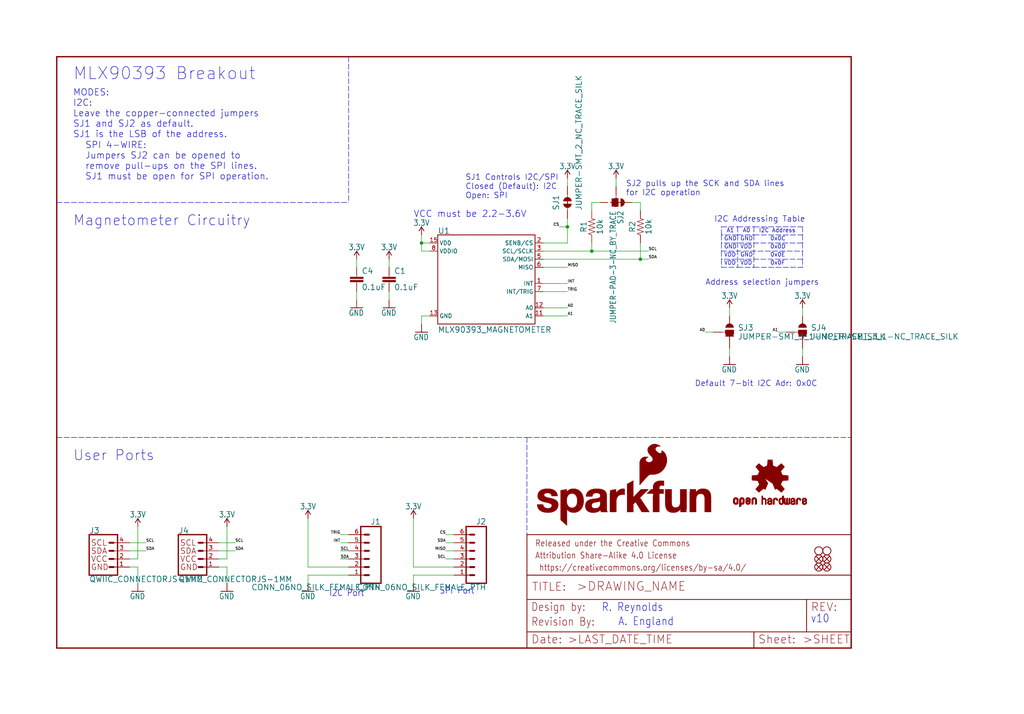
<source format=kicad_sch>
(kicad_sch (version 20211123) (generator eeschema)
  (paper "User" 320.878 223.926)
  (lib_symbols
    (symbol "schematicEagle-eagle-import:0.1UF-0603-25V-(+80{slash}-20%)"
      (property "Reference" "C" (at 1.524 2.921 0))
      (property "Value" "0.1UF-0603-25V-(+80{slash}-20%)" (at 1.524 -2.159 0))
      (symbol "0.1UF-0603-25V-(+80{slash}-20%)_1_0"
        (pin passive line (at 0 5.08 270) (length 2.54) (name "1") (number "1"))
        (pin passive line (at 0 -2.54 90) (length 2.54) (name "2") (number "2"))
      )
    )
    (symbol "schematicEagle-eagle-import:10KOHM-0603-1{slash}10W-1%"
      (property "Reference" "R" (at 0 1.524 0))
      (property "Value" "10KOHM-0603-1{slash}10W-1%" (at 0 -1.524 0))
      (symbol "10KOHM-0603-1{slash}10W-1%_1_0"
        (pin passive line (at -5.08 0 0) (length 2.54) (name "1") (number "1"))
        (pin passive line (at 5.08 0 180) (length 2.54) (name "2") (number "2"))
      )
    )
    (symbol "schematicEagle-eagle-import:3.3V" (power)
      (property "Value" "3.3V" (at 0 2.794 0))
      (symbol "3.3V_1_0"
        (pin power_in line (at 0 0 90) (length 2.54) (name "3.3V") (number "1"))
      )
    )
    (symbol "schematicEagle-eagle-import:CONN_06NO_SILK_FEMALE_PTH"
      (property "Reference" "J" (at -5.08 10.668 0))
      (property "Value" "CONN_06NO_SILK_FEMALE_PTH" (at -5.08 -9.906 0))
      (symbol "CONN_06NO_SILK_FEMALE_PTH_1_0"
        (pin passive line (at 5.08 -5.08 180) (length 5.08) (name "1") (number "1"))
        (pin passive line (at 5.08 -2.54 180) (length 5.08) (name "2") (number "2"))
        (pin passive line (at 5.08 0 180) (length 5.08) (name "3") (number "3"))
        (pin passive line (at 5.08 2.54 180) (length 5.08) (name "4") (number "4"))
        (pin passive line (at 5.08 5.08 180) (length 5.08) (name "5") (number "5"))
        (pin passive line (at 5.08 7.62 180) (length 5.08) (name "6") (number "6"))
      )
    )
    (symbol "schematicEagle-eagle-import:FIDUCIALUFIDUCIAL")
    (symbol "schematicEagle-eagle-import:FRAME-LETTER"
      (symbol "FRAME-LETTER_2_0"
        (text " https://creativecommons.org/licenses/by-sa/4.0/" (at 2.54 24.13 0) (effects (font (size 1.9304 1.6408)) (justify left bottom)))
        (text ">DRAWING_NAME" (at 15.494 17.78 0) (effects (font (size 2.7432 2.7432)) (justify left bottom)))
        (text ">LAST_DATE_TIME" (at 12.7 1.27 0) (effects (font (size 2.54 2.54)) (justify left bottom)))
        (text ">SHEET" (at 86.36 1.27 0) (effects (font (size 2.54 2.54)) (justify left bottom)))
        (text "Attribution Share-Alike 4.0 License" (at 2.54 27.94 0) (effects (font (size 1.9304 1.6408)) (justify left bottom)))
        (text "Date:" (at 1.27 1.27 0) (effects (font (size 2.54 2.54)) (justify left bottom)))
        (text "Design by:" (at 1.27 11.43 0) (effects (font (size 2.54 2.159)) (justify left bottom)))
        (text "Released under the Creative Commons" (at 2.54 31.75 0) (effects (font (size 1.9304 1.6408)) (justify left bottom)))
        (text "REV:" (at 88.9 11.43 0) (effects (font (size 2.54 2.54)) (justify left bottom)))
        (text "Sheet:" (at 72.39 1.27 0) (effects (font (size 2.54 2.54)) (justify left bottom)))
        (text "TITLE:" (at 1.524 17.78 0) (effects (font (size 2.54 2.54)) (justify left bottom)))
      )
    )
    (symbol "schematicEagle-eagle-import:GND" (power)
      (property "Value" "GND" (at -2.54 -2.54 0))
      (symbol "GND_1_0"
        (pin power_in line (at 0 2.54 270) (length 2.54) (name "GND") (number "1"))
      )
    )
    (symbol "schematicEagle-eagle-import:JUMPER-PAD-3-NC_BY_TRACE"
      (property "Reference" "SJ" (at 2.54 0.381 0))
      (property "Value" "JUMPER-PAD-3-NC_BY_TRACE" (at 2.54 -1.905 0))
      (symbol "JUMPER-PAD-3-NC_BY_TRACE_1_0"
        (pin passive line (at 0 5.08 270) (length 2.54) (name "1") (number "1"))
        (pin passive line (at -5.08 0 0) (length 2.54) (name "2") (number "2"))
        (pin passive line (at 0 -5.08 90) (length 2.54) (name "3") (number "3"))
      )
    )
    (symbol "schematicEagle-eagle-import:JUMPER-SMT_2_NC_TRACE_SILK"
      (property "Reference" "JP" (at -2.54 2.54 0))
      (property "Value" "JUMPER-SMT_2_NC_TRACE_SILK" (at -2.54 -2.54 0))
      (symbol "JUMPER-SMT_2_NC_TRACE_SILK_1_0"
        (pin passive line (at -5.08 0 0) (length 2.54) (name "1") (number "1"))
        (pin passive line (at 5.08 0 180) (length 2.54) (name "2") (number "2"))
      )
    )
    (symbol "schematicEagle-eagle-import:JUMPER-SMT_3_1-NC_TRACE_SILK"
      (property "Reference" "JP" (at 2.54 0.381 0))
      (property "Value" "JUMPER-SMT_3_1-NC_TRACE_SILK" (at 2.54 -0.381 0))
      (symbol "JUMPER-SMT_3_1-NC_TRACE_SILK_1_0"
        (pin passive line (at 0 5.08 270) (length 2.54) (name "1") (number "1"))
        (pin passive line (at -5.08 0 0) (length 2.54) (name "2") (number "2"))
        (pin passive line (at 0 -5.08 90) (length 2.54) (name "3") (number "3"))
      )
    )
    (symbol "schematicEagle-eagle-import:MLX90393_MAGNETOMETER"
      (property "Value" "MLX90393_MAGNETOMETER" (at -15.24 -15.494 0))
      (symbol "MLX90393_MAGNETOMETER_1_0"
        (pin bidirectional line (at 17.78 0 180) (length 2.54) (name "INT") (number "1"))
        (pin bidirectional line (at 17.78 -10.16 180) (length 2.54) (name "A1") (number "11"))
        (pin bidirectional line (at 17.78 -7.62 180) (length 2.54) (name "A0") (number "12"))
        (pin bidirectional line (at -17.78 -10.16 0) (length 2.54) (name "GND") (number "13"))
        (pin bidirectional line (at -17.78 12.7 0) (length 2.54) (name "VDD") (number "15"))
        (pin bidirectional line (at 17.78 12.7 180) (length 2.54) (name "SENB/CS") (number "2"))
        (pin bidirectional line (at 17.78 10.16 180) (length 2.54) (name "SCL/SCLK") (number "3"))
        (pin bidirectional line (at 17.78 7.62 180) (length 2.54) (name "SDA/MOSI") (number "5"))
        (pin bidirectional line (at 17.78 5.08 180) (length 2.54) (name "MISO") (number "6"))
        (pin bidirectional line (at 17.78 -2.54 180) (length 2.54) (name "INT/TRIG") (number "7"))
        (pin bidirectional line (at -17.78 10.16 0) (length 2.54) (name "VDDIO") (number "8"))
      )
    )
    (symbol "schematicEagle-eagle-import:OSHW-LOGOS")
    (symbol "schematicEagle-eagle-import:QWIIC_CONNECTORJS-1MM"
      (property "Reference" "J" (at -5.08 7.874 0))
      (property "Value" "QWIIC_CONNECTORJS-1MM" (at -5.08 -5.334 0))
      (symbol "QWIIC_CONNECTORJS-1MM_1_0"
        (text "GND" (at -4.572 -2.54 0) (effects (font (size 1.778 1.778)) (justify left)))
        (text "SCL" (at -4.572 5.08 0) (effects (font (size 1.778 1.778)) (justify left)))
        (text "SDA" (at -4.572 2.54 0) (effects (font (size 1.778 1.778)) (justify left)))
        (text "VCC" (at -4.572 0 0) (effects (font (size 1.778 1.778)) (justify left)))
        (pin power_in line (at 7.62 -2.54 180) (length 5.08) (name "1") (number "1"))
        (pin power_in line (at 7.62 0 180) (length 5.08) (name "2") (number "2"))
        (pin passive line (at 7.62 2.54 180) (length 5.08) (name "3") (number "3"))
        (pin passive line (at 7.62 5.08 180) (length 5.08) (name "4") (number "4"))
      )
    )
    (symbol "schematicEagle-eagle-import:REVISION"
      (symbol "REVISION_1_0"
        (text "Revision By: " (at 0 0 0) (effects (font (size 2.54 2.159)) (justify left bottom)))
      )
    )
    (symbol "schematicEagle-eagle-import:SFE_LOGO_FLAME.1_INCH")
    (symbol "schematicEagle-eagle-import:SFE_LOGO_NAME_FLAME.1_INCH")
    (symbol "schematicEagle-eagle-import:STAND-OFF")
  )
  (junction (at 177.8 71.12))
  (junction (at 200.66 81.28))
  (junction (at 185.42 78.74))
  (junction (at 132.08 76.2))
  (polyline (pts (xy 236.22 71.12) (xy 251.46 71.12)))
  (wire (pts (xy 132.08 99.06) (xy 132.08 101.6)))
  (wire (pts (xy 109.22 180.34) (xy 96.52 180.34)))
  (wire (pts (xy 185.42 76.2) (xy 185.42 78.74)))
  (polyline (pts (xy 231.14 71.12) (xy 236.22 71.12)))
  (wire (pts (xy 129.54 162.56) (xy 129.54 177.8)))
  (polyline (pts (xy 251.46 78.74) (xy 251.46 81.28)))
  (polyline (pts (xy 165.1 137.16) (xy 165.1 167.64)))
  (polyline (pts (xy 236.22 71.12) (xy 236.22 73.66)))
  (polyline (pts (xy 226.06 81.28) (xy 226.06 83.82)))
  (wire (pts (xy 187.96 63.5) (xy 185.42 63.5)))
  (wire (pts (xy 170.18 88.9) (xy 177.8 88.9)))
  (wire (pts (xy 109.22 167.64) (xy 106.68 167.64)))
  (wire (pts (xy 40.64 175.26) (xy 43.18 175.26)))
  (wire (pts (xy 129.54 180.34) (xy 129.54 182.88)))
  (polyline (pts (xy 17.78 63.5) (xy 109.22 63.5)))
  (wire (pts (xy 170.18 91.44) (xy 177.8 91.44)))
  (polyline (pts (xy 226.06 83.82) (xy 231.14 83.82)))
  (wire (pts (xy 251.46 96.52) (xy 251.46 99.06)))
  (wire (pts (xy 43.18 175.26) (xy 43.18 165.1)))
  (wire (pts (xy 185.42 78.74) (xy 203.2 78.74)))
  (wire (pts (xy 177.8 76.2) (xy 177.8 71.12)))
  (wire (pts (xy 142.24 175.26) (xy 139.7 175.26)))
  (wire (pts (xy 228.6 96.52) (xy 228.6 99.06)))
  (wire (pts (xy 132.08 78.74) (xy 132.08 76.2)))
  (polyline (pts (xy 251.46 81.28) (xy 251.46 83.82)))
  (polyline (pts (xy 231.14 73.66) (xy 231.14 83.82)))
  (wire (pts (xy 177.8 71.12) (xy 177.8 68.58)))
  (wire (pts (xy 40.64 170.18) (xy 45.72 170.18)))
  (polyline (pts (xy 226.06 78.74) (xy 251.46 78.74)))
  (wire (pts (xy 246.38 104.14) (xy 243.84 104.14)))
  (polyline (pts (xy 231.14 73.66) (xy 236.22 73.66)))
  (wire (pts (xy 40.64 177.8) (xy 43.18 177.8)))
  (wire (pts (xy 111.76 83.82) (xy 111.76 81.28)))
  (wire (pts (xy 223.52 104.14) (xy 220.98 104.14)))
  (polyline (pts (xy 236.22 73.66) (xy 236.22 83.82)))
  (polyline (pts (xy 165.1 137.16) (xy 266.7 137.16)))
  (wire (pts (xy 200.66 81.28) (xy 203.2 81.28)))
  (polyline (pts (xy 231.14 73.66) (xy 226.06 73.66)))
  (wire (pts (xy 121.92 91.44) (xy 121.92 93.98)))
  (polyline (pts (xy 251.46 76.2) (xy 226.06 76.2)))
  (polyline (pts (xy 231.14 83.82) (xy 236.22 83.82)))
  (wire (pts (xy 109.22 177.8) (xy 96.52 177.8)))
  (wire (pts (xy 170.18 78.74) (xy 185.42 78.74)))
  (polyline (pts (xy 251.46 73.66) (xy 251.46 76.2)))
  (polyline (pts (xy 226.06 76.2) (xy 226.06 78.74)))
  (polyline (pts (xy 226.06 78.74) (xy 226.06 81.28)))
  (wire (pts (xy 134.62 76.2) (xy 132.08 76.2)))
  (wire (pts (xy 96.52 182.88) (xy 96.52 180.34)))
  (wire (pts (xy 170.18 83.82) (xy 177.8 83.82)))
  (wire (pts (xy 68.58 175.26) (xy 71.12 175.26)))
  (wire (pts (xy 142.24 180.34) (xy 129.54 180.34)))
  (polyline (pts (xy 251.46 81.28) (xy 226.06 81.28)))
  (polyline (pts (xy 226.06 73.66) (xy 226.06 71.12)))
  (wire (pts (xy 200.66 76.2) (xy 200.66 81.28)))
  (wire (pts (xy 170.18 76.2) (xy 177.8 76.2)))
  (wire (pts (xy 109.22 172.72) (xy 106.68 172.72)))
  (wire (pts (xy 109.22 175.26) (xy 106.68 175.26)))
  (wire (pts (xy 68.58 172.72) (xy 73.66 172.72)))
  (wire (pts (xy 170.18 96.52) (xy 177.8 96.52)))
  (polyline (pts (xy 236.22 73.66) (xy 251.46 73.66)))
  (wire (pts (xy 185.42 63.5) (xy 185.42 66.04)))
  (wire (pts (xy 132.08 73.66) (xy 132.08 76.2)))
  (polyline (pts (xy 226.06 71.12) (xy 231.14 71.12)))
  (wire (pts (xy 96.52 162.56) (xy 96.52 177.8)))
  (polyline (pts (xy 17.78 137.16) (xy 165.1 137.16)))
  (wire (pts (xy 68.58 170.18) (xy 73.66 170.18)))
  (wire (pts (xy 134.62 78.74) (xy 132.08 78.74)))
  (wire (pts (xy 121.92 83.82) (xy 121.92 81.28)))
  (wire (pts (xy 43.18 177.8) (xy 43.18 182.88)))
  (wire (pts (xy 109.22 170.18) (xy 106.68 170.18)))
  (polyline (pts (xy 251.46 76.2) (xy 251.46 78.74)))
  (polyline (pts (xy 226.06 73.66) (xy 226.06 76.2)))
  (wire (pts (xy 111.76 93.98) (xy 111.76 91.44)))
  (wire (pts (xy 228.6 111.76) (xy 228.6 109.22)))
  (wire (pts (xy 40.64 172.72) (xy 45.72 172.72)))
  (wire (pts (xy 251.46 111.76) (xy 251.46 109.22)))
  (wire (pts (xy 134.62 99.06) (xy 132.08 99.06)))
  (wire (pts (xy 193.04 55.88) (xy 193.04 58.42)))
  (wire (pts (xy 200.66 63.5) (xy 200.66 66.04)))
  (wire (pts (xy 142.24 167.64) (xy 139.7 167.64)))
  (wire (pts (xy 170.18 99.06) (xy 177.8 99.06)))
  (polyline (pts (xy 109.22 17.78) (xy 109.22 63.5)))
  (polyline (pts (xy 251.46 71.12) (xy 251.46 73.66)))
  (wire (pts (xy 71.12 175.26) (xy 71.12 165.1)))
  (wire (pts (xy 198.12 63.5) (xy 200.66 63.5)))
  (wire (pts (xy 142.24 172.72) (xy 139.7 172.72)))
  (wire (pts (xy 177.8 55.88) (xy 177.8 58.42)))
  (polyline (pts (xy 236.22 83.82) (xy 251.46 83.82)))
  (wire (pts (xy 68.58 177.8) (xy 71.12 177.8)))
  (wire (pts (xy 170.18 81.28) (xy 200.66 81.28)))
  (wire (pts (xy 177.8 71.12) (xy 175.26 71.12)))
  (wire (pts (xy 71.12 177.8) (xy 71.12 182.88)))
  (wire (pts (xy 142.24 170.18) (xy 139.7 170.18)))
  (polyline (pts (xy 231.14 71.12) (xy 231.14 73.66)))
  (wire (pts (xy 129.54 177.8) (xy 142.24 177.8)))
  (text "GND" (at 226.822 75.692 180) (effects (font (size 1.27 1.27)) (justify left bottom)))
  (text "VDD" (at 231.902 83.312 180) (effects (font (size 1.27 1.27)) (justify left bottom)))
  (text "VDD" (at 226.822 83.312 180) (effects (font (size 1.27 1.27)) (justify left bottom)))
  (text "User Ports" (at 22.86 144.78 180) (effects (font (size 3.175 3.175)) (justify left bottom)))
  (text "SJ1 Controls I2C/SPI\nClosed (Default): I2C\nOpen: SPI" (at 145.796 62.484 0) (effects (font (size 1.778 1.778)) (justify left bottom)))
  (text "I2C Addressing Table" (at 223.774 69.85 180) (effects (font (size 1.778 1.778)) (justify left bottom)))
  (text "VCC must be 2.2-3.6V" (at 129.54 66.04 180) (effects (font (size 2.032 2.032)) (justify left top)))
  (text "GND" (at 231.902 75.692 180) (effects (font (size 1.27 1.27)) (justify left bottom)))
  (text "VDD" (at 231.902 78.232 180) (effects (font (size 1.27 1.27)) (justify left bottom)))
  (text "Magnetometer Circuitry" (at 22.86 71.12 180) (effects (font (size 3.175 3.175)) (justify left bottom)))
  (text "A1" (at 227.584 73.152 180) (effects (font (size 1.27 1.27)) (justify left bottom)))
  (text "0x0F" (at 241.3 83.312 180) (effects (font (size 1.27 1.27)) (justify left bottom)))
  (text "MLX90393 Breakout" (at 22.86 25.4 180) (effects (font (size 3.81 3.81)) (justify left bottom)))
  (text "v10" (at 254 195.58 180) (effects (font (size 2.54 2.159)) (justify left bottom)))
  (text "GND" (at 231.902 80.772 180) (effects (font (size 1.27 1.27)) (justify left bottom)))
  (text "R. Reynolds" (at 188.468 192.024 180) (effects (font (size 2.54 2.159)) (justify left bottom)))
  (text "A0" (at 232.664 73.152 180) (effects (font (size 1.27 1.27)) (justify left bottom)))
  (text "0x0C" (at 241.3 75.692 180) (effects (font (size 1.27 1.27)) (justify left bottom)))
  (text "Address selection jumpers" (at 220.98 89.662 180) (effects (font (size 1.778 1.778)) (justify left bottom)))
  (text "0x0E" (at 241.3 80.772 180) (effects (font (size 1.27 1.27)) (justify left bottom)))
  (text "GND" (at 226.822 78.232 180) (effects (font (size 1.27 1.27)) (justify left bottom)))
  (text "Default 7-bit I2C Adr: 0x0C" (at 217.678 121.412 180) (effects (font (size 1.778 1.778)) (justify left bottom)))
  (text "SJ2 pulls up the SCK and SDA lines\nfor I2C operation" (at 196.088 56.642 0) (effects (font (size 1.778 1.778)) (justify left top)))
  (text "A. England" (at 193.6496 196.469 180) (effects (font (size 2.54 2.159)) (justify left bottom)))
  (text "SPI Port" (at 137.668 184.15 180) (effects (font (size 2.032 1.7272)) (justify left top)))
  (text "VDD" (at 226.822 80.772 180) (effects (font (size 1.27 1.27)) (justify left bottom)))
  (text "I2C Port" (at 103.124 184.912 180) (effects (font (size 2.032 1.7272)) (justify left top)))
  (text "SPI 4-WIRE:\nJumpers SJ2 can be opened to\nremove pull-ups on the SPI lines.\nSJ1 must be open for SPI operation." (at 26.67 44.45 0) (effects (font (size 2.032 2.032)) (justify left top)))
  (text "MODES:\nI2C:\nLeave the copper-connected jumpers\nSJ1 and SJ2 as default.\nSJ1 is the LSB of the address." (at 22.86 27.94 0) (effects (font (size 2.032 2.032)) (justify left top)))
  (text "I2C Address" (at 237.744 73.152 180) (effects (font (size 1.27 1.27)) (justify left bottom)))
  (text "0x0D" (at 241.3 78.232 180) (effects (font (size 1.27 1.27)) (justify left bottom)))
  (label "A1" (at 177.8 99.06 0) (effects (font (size 0.889 0.889))))
  (label "A1" (at 243.84 104.14 180) (effects (font (size 0.889 0.889))))
  (label "SCL" (at 106.68 172.72 0) (effects (font (size 0.889 0.889))))
  (label "MISO" (at 139.7 172.72 180) (effects (font (size 0.889 0.889))))
  (label "SDA" (at 73.66 172.72 0) (effects (font (size 0.889 0.889))))
  (label "SCL" (at 203.2 78.74 0) (effects (font (size 0.889 0.889))))
  (label "INT" (at 177.8 88.9 0) (effects (font (size 0.889 0.889))))
  (label "SDA" (at 203.2 81.28 0) (effects (font (size 0.889 0.889))))
  (label "INT" (at 106.68 170.18 180) (effects (font (size 0.889 0.889))))
  (label "SCL" (at 45.72 170.18 0) (effects (font (size 0.889 0.889))))
  (label "SCL" (at 139.7 175.26 180) (effects (font (size 0.889 0.889))))
  (label "SCL" (at 73.66 170.18 0) (effects (font (size 0.889 0.889))))
  (label "A0" (at 177.8 96.52 0) (effects (font (size 0.889 0.889))))
  (label "MISO" (at 177.8 83.82 0) (effects (font (size 0.889 0.889))))
  (label "SDA" (at 45.72 172.72 0) (effects (font (size 0.889 0.889))))
  (label "TRIG" (at 177.8 91.44 0) (effects (font (size 0.889 0.889))))
  (label "SDA" (at 106.68 175.26 0) (effects (font (size 0.889 0.889))))
  (label "TRIG" (at 106.68 167.64 180) (effects (font (size 0.889 0.889))))
  (label "SDA" (at 139.7 170.18 180) (effects (font (size 0.889 0.889))))
  (label "CS" (at 139.7 167.64 180) (effects (font (size 0.889 0.889))))
  (label "CS" (at 175.26 71.12 180) (effects (font (size 0.889 0.889))))
  (label "A0" (at 220.98 104.14 180) (effects (font (size 0.889 0.889))))
  (symbol (lib_id "schematicEagle-eagle-import:SFE_LOGO_FLAME.1_INCH") (at 200.1012 152.5016 0) (unit 1)
    (property "Reference" "LOGO2" (effects hide))
    (property "Value" "SFE_LOGO_FLAME.1_INCH" (effects hide))
    (property "Footprint" "schematicEagle:SFE_LOGO_FLAME_.1" (effects hide))
  )
  (symbol (lib_id "schematicEagle-eagle-import:REVISION") (at 166.3954 196.3928 0) (unit 1)
    (property "Reference" "LOGO3" (effects hide))
    (property "Value" "REVISION" (effects hide))
    (property "Footprint" "schematicEagle:REVISION" (effects hide))
  )
  (symbol (lib_id "schematicEagle-eagle-import:JUMPER-PAD-3-NC_BY_TRACE") (at 193.04 63.5 270) (unit 1)
    (property "Reference" "SJ2" (at 193.421 66.04 0) (effects (font (size 1.778 1.5113)) (justify left bottom)))
    (property "Value" "JUMPER-PAD-3-NC_BY_TRACE" (at 191.135 66.04 0) (effects (font (size 1.778 1.5113)) (justify left bottom)))
    (property "Footprint" "schematicEagle:PAD-JUMPER-3-3OF3_NC_BY_TRACE_YES_SILK_FULL_BOX" (effects hide))
  )
  (symbol (lib_id "schematicEagle-eagle-import:GND") (at 71.12 185.42 0) (unit 1)
    (property "Reference" "#GND9" (effects hide))
    (property "Value" "GND" (at 68.58 187.96 0) (effects (font (size 1.778 1.5113)) (justify left bottom)))
    (property "Footprint" "schematicEagle:" (effects hide))
  )
  (symbol (lib_id "schematicEagle-eagle-import:GND") (at 43.18 185.42 0) (unit 1)
    (property "Reference" "#GND1" (effects hide))
    (property "Value" "GND" (at 40.64 187.96 0) (effects (font (size 1.778 1.5113)) (justify left bottom)))
    (property "Footprint" "schematicEagle:" (effects hide))
  )
  (symbol (lib_id "schematicEagle-eagle-import:QWIIC_CONNECTORJS-1MM") (at 33.02 175.26 0) (unit 1)
    (property "Reference" "J3" (at 27.94 167.386 0) (effects (font (size 1.778 1.778)) (justify left bottom)))
    (property "Value" "QWIIC_CONNECTORJS-1MM" (at 27.94 180.594 0) (effects (font (size 1.778 1.778)) (justify left top)))
    (property "Footprint" "schematicEagle:1X04_1MM_RA" (effects hide))
  )
  (symbol (lib_id "schematicEagle-eagle-import:GND") (at 121.92 96.52 0) (unit 1)
    (property "Reference" "#GND8" (effects hide))
    (property "Value" "GND" (at 119.38 99.06 0) (effects (font (size 1.778 1.5113)) (justify left bottom)))
    (property "Footprint" "schematicEagle:" (effects hide))
  )
  (symbol (lib_id "schematicEagle-eagle-import:SFE_LOGO_NAME_FLAME.1_INCH") (at 167.64 165.1 0) (unit 1)
    (property "Reference" "LOGO1" (effects hide))
    (property "Value" "SFE_LOGO_NAME_FLAME.1_INCH" (effects hide))
    (property "Footprint" "schematicEagle:SFE_LOGO_NAME_FLAME_.1" (effects hide))
  )
  (symbol (lib_id "schematicEagle-eagle-import:3.3V") (at 121.92 81.28 0) (unit 1)
    (property "Reference" "#SUPPLY2" (effects hide))
    (property "Value" "3.3V" (at 121.92 78.486 0) (effects (font (size 1.778 1.5113)) (justify bottom)))
    (property "Footprint" "schematicEagle:" (effects hide))
  )
  (symbol (lib_id "schematicEagle-eagle-import:GND") (at 228.6 114.3 0) (unit 1)
    (property "Reference" "#GND6" (effects hide))
    (property "Value" "GND" (at 226.06 116.84 0) (effects (font (size 1.778 1.5113)) (justify left bottom)))
    (property "Footprint" "schematicEagle:" (effects hide))
  )
  (symbol (lib_id "schematicEagle-eagle-import:0.1UF-0603-25V-(+80{slash}-20%)") (at 121.92 88.9 0) (unit 1)
    (property "Reference" "C1" (at 123.444 85.979 0) (effects (font (size 1.778 1.778)) (justify left bottom)))
    (property "Value" "0.1uF" (at 123.444 91.059 0) (effects (font (size 1.778 1.778)) (justify left bottom)))
    (property "Footprint" "schematicEagle:0603" (effects hide))
  )
  (symbol (lib_id "schematicEagle-eagle-import:STAND-OFF") (at 256.54 172.72 0) (unit 1)
    (property "Reference" "JP4" (effects hide))
    (property "Value" "STAND-OFF" (effects hide))
    (property "Footprint" "schematicEagle:STAND-OFF" (effects hide))
  )
  (symbol (lib_id "schematicEagle-eagle-import:CONN_06NO_SILK_FEMALE_PTH") (at 114.3 175.26 0) (mirror y) (unit 1)
    (property "Reference" "J1" (at 119.38 164.592 0) (effects (font (size 1.778 1.778)) (justify left bottom)))
    (property "Value" "CONN_06NO_SILK_FEMALE_PTH" (at 119.38 185.166 0) (effects (font (size 1.778 1.778)) (justify left bottom)))
    (property "Footprint" "schematicEagle:1X06_NO_SILK" (effects hide))
  )
  (symbol (lib_id "schematicEagle-eagle-import:FRAME-LETTER") (at 165.1 203.2 0) (unit 2)
    (property "Reference" "FRAME2" (effects hide))
    (property "Value" "FRAME-LETTER" (effects hide))
    (property "Footprint" "schematicEagle:CREATIVE_COMMONS" (effects hide))
  )
  (symbol (lib_id "schematicEagle-eagle-import:0.1UF-0603-25V-(+80{slash}-20%)") (at 111.76 88.9 0) (unit 1)
    (property "Reference" "C4" (at 113.284 85.979 0) (effects (font (size 1.778 1.778)) (justify left bottom)))
    (property "Value" "0.1uF" (at 113.284 91.059 0) (effects (font (size 1.778 1.778)) (justify left bottom)))
    (property "Footprint" "schematicEagle:0603" (effects hide))
  )
  (symbol (lib_id "schematicEagle-eagle-import:JUMPER-SMT_3_1-NC_TRACE_SILK") (at 228.6 104.14 0) (unit 1)
    (property "Reference" "SJ3" (at 231.14 103.759 0) (effects (font (size 1.778 1.778)) (justify left bottom)))
    (property "Value" "JUMPER-SMT_3_1-NC_TRACE_SILK" (at 231.14 104.521 0) (effects (font (size 1.778 1.778)) (justify left top)))
    (property "Footprint" "schematicEagle:SMT-JUMPER_3_1-NC_TRACE_SILK" (effects hide))
  )
  (symbol (lib_id "schematicEagle-eagle-import:3.3V") (at 228.6 96.52 0) (unit 1)
    (property "Reference" "#SUPPLY13" (effects hide))
    (property "Value" "3.3V" (at 228.6 93.726 0) (effects (font (size 1.778 1.5113)) (justify bottom)))
    (property "Footprint" "schematicEagle:" (effects hide))
  )
  (symbol (lib_id "schematicEagle-eagle-import:FIDUCIALUFIDUCIAL") (at 259.08 175.26 0) (unit 1)
    (property "Reference" "FD3" (effects hide))
    (property "Value" "FIDUCIALUFIDUCIAL" (effects hide))
    (property "Footprint" "schematicEagle:FIDUCIAL-MICRO" (effects hide))
  )
  (symbol (lib_id "schematicEagle-eagle-import:MLX90393_MAGNETOMETER") (at 152.4 88.9 0) (unit 1)
    (property "Reference" "U1" (at 137.16 73.406 0) (effects (font (size 1.778 1.778)) (justify left bottom)))
    (property "Value" "MLX90393_MAGNETOMETER" (at 137.16 104.394 0) (effects (font (size 1.778 1.778)) (justify left bottom)))
    (property "Footprint" "schematicEagle:QFN-16_WITH_AXIES" (effects hide))
  )
  (symbol (lib_id "schematicEagle-eagle-import:STAND-OFF") (at 259.08 172.72 0) (unit 1)
    (property "Reference" "JP3" (effects hide))
    (property "Value" "STAND-OFF" (effects hide))
    (property "Footprint" "schematicEagle:STAND-OFF" (effects hide))
  )
  (symbol (lib_id "schematicEagle-eagle-import:JUMPER-SMT_3_1-NC_TRACE_SILK") (at 251.46 104.14 0) (unit 1)
    (property "Reference" "SJ4" (at 254 103.759 0) (effects (font (size 1.778 1.778)) (justify left bottom)))
    (property "Value" "JUMPER-SMT_3_1-NC_TRACE_SILK" (at 254 104.521 0) (effects (font (size 1.778 1.778)) (justify left top)))
    (property "Footprint" "schematicEagle:SMT-JUMPER_3_1-NC_TRACE_SILK" (effects hide))
  )
  (symbol (lib_id "schematicEagle-eagle-import:3.3V") (at 193.04 55.88 0) (unit 1)
    (property "Reference" "#SUPPLY12" (effects hide))
    (property "Value" "3.3V" (at 193.04 53.086 0) (effects (font (size 1.778 1.5113)) (justify bottom)))
    (property "Footprint" "schematicEagle:" (effects hide))
  )
  (symbol (lib_id "schematicEagle-eagle-import:FIDUCIALUFIDUCIAL") (at 259.08 177.8 0) (unit 1)
    (property "Reference" "FD4" (effects hide))
    (property "Value" "FIDUCIALUFIDUCIAL" (effects hide))
    (property "Footprint" "schematicEagle:FIDUCIAL-MICRO" (effects hide))
  )
  (symbol (lib_id "schematicEagle-eagle-import:FIDUCIALUFIDUCIAL") (at 256.54 175.26 0) (unit 1)
    (property "Reference" "FD2" (effects hide))
    (property "Value" "FIDUCIALUFIDUCIAL" (effects hide))
    (property "Footprint" "schematicEagle:FIDUCIAL-MICRO" (effects hide))
  )
  (symbol (lib_id "schematicEagle-eagle-import:10KOHM-0603-1{slash}10W-1%") (at 185.42 71.12 90) (unit 1)
    (property "Reference" "R1" (at 183.896 71.12 0) (effects (font (size 1.778 1.778)) (justify bottom)))
    (property "Value" "10k" (at 186.944 71.12 0) (effects (font (size 1.778 1.778)) (justify top)))
    (property "Footprint" "schematicEagle:0603" (effects hide))
  )
  (symbol (lib_id "schematicEagle-eagle-import:CONN_06NO_SILK_FEMALE_PTH") (at 147.32 175.26 0) (mirror y) (unit 1)
    (property "Reference" "J2" (at 152.4 164.592 0) (effects (font (size 1.778 1.778)) (justify left bottom)))
    (property "Value" "CONN_06NO_SILK_FEMALE_PTH" (at 152.4 185.166 0) (effects (font (size 1.778 1.778)) (justify left bottom)))
    (property "Footprint" "schematicEagle:1X06_NO_SILK" (effects hide))
  )
  (symbol (lib_id "schematicEagle-eagle-import:GND") (at 251.46 114.3 0) (unit 1)
    (property "Reference" "#GND7" (effects hide))
    (property "Value" "GND" (at 248.92 116.84 0) (effects (font (size 1.778 1.5113)) (justify left bottom)))
    (property "Footprint" "schematicEagle:" (effects hide))
  )
  (symbol (lib_id "schematicEagle-eagle-import:3.3V") (at 96.52 162.56 0) (unit 1)
    (property "Reference" "#SUPPLY8" (effects hide))
    (property "Value" "3.3V" (at 96.52 159.766 0) (effects (font (size 1.778 1.5113)) (justify bottom)))
    (property "Footprint" "schematicEagle:" (effects hide))
  )
  (symbol (lib_id "schematicEagle-eagle-import:QWIIC_CONNECTORJS-1MM") (at 60.96 175.26 0) (unit 1)
    (property "Reference" "J4" (at 55.88 167.386 0) (effects (font (size 1.778 1.778)) (justify left bottom)))
    (property "Value" "QWIIC_CONNECTORJS-1MM" (at 55.88 180.594 0) (effects (font (size 1.778 1.778)) (justify left top)))
    (property "Footprint" "schematicEagle:1X04_1MM_RA" (effects hide))
  )
  (symbol (lib_id "schematicEagle-eagle-import:OSHW-LOGOS") (at 241.3 149.86 0) (unit 1)
    (property "Reference" "U$1" (effects hide))
    (property "Value" "OSHW-LOGOS" (effects hide))
    (property "Footprint" "schematicEagle:OSHW-LOGO-S" (effects hide))
  )
  (symbol (lib_id "schematicEagle-eagle-import:3.3V") (at 132.08 73.66 0) (unit 1)
    (property "Reference" "#SUPPLY1" (effects hide))
    (property "Value" "3.3V" (at 132.08 70.866 0) (effects (font (size 1.778 1.5113)) (justify bottom)))
    (property "Footprint" "schematicEagle:" (effects hide))
  )
  (symbol (lib_id "schematicEagle-eagle-import:10KOHM-0603-1{slash}10W-1%") (at 200.66 71.12 90) (unit 1)
    (property "Reference" "R2" (at 199.136 71.12 0) (effects (font (size 1.778 1.778)) (justify bottom)))
    (property "Value" "10k" (at 202.184 71.12 0) (effects (font (size 1.778 1.778)) (justify top)))
    (property "Footprint" "schematicEagle:0603" (effects hide))
  )
  (symbol (lib_id "schematicEagle-eagle-import:FIDUCIALUFIDUCIAL") (at 256.54 177.8 0) (unit 1)
    (property "Reference" "FD1" (effects hide))
    (property "Value" "FIDUCIALUFIDUCIAL" (effects hide))
    (property "Footprint" "schematicEagle:FIDUCIAL-MICRO" (effects hide))
  )
  (symbol (lib_id "schematicEagle-eagle-import:3.3V") (at 71.12 165.1 0) (unit 1)
    (property "Reference" "#SUPPLY5" (effects hide))
    (property "Value" "3.3V" (at 71.12 162.306 0) (effects (font (size 1.778 1.5113)) (justify bottom)))
    (property "Footprint" "schematicEagle:" (effects hide))
  )
  (symbol (lib_id "schematicEagle-eagle-import:FRAME-LETTER") (at 17.78 203.2 0) (unit 1)
    (property "Reference" "FRAME2" (effects hide))
    (property "Value" "FRAME-LETTER" (effects hide))
    (property "Footprint" "schematicEagle:CREATIVE_COMMONS" (effects hide))
  )
  (symbol (lib_id "schematicEagle-eagle-import:3.3V") (at 251.46 96.52 0) (unit 1)
    (property "Reference" "#SUPPLY14" (effects hide))
    (property "Value" "3.3V" (at 251.46 93.726 0) (effects (font (size 1.778 1.5113)) (justify bottom)))
    (property "Footprint" "schematicEagle:" (effects hide))
  )
  (symbol (lib_id "schematicEagle-eagle-import:GND") (at 129.54 185.42 0) (unit 1)
    (property "Reference" "#GND5" (effects hide))
    (property "Value" "GND" (at 127 187.96 0) (effects (font (size 1.778 1.5113)) (justify left bottom)))
    (property "Footprint" "schematicEagle:" (effects hide))
  )
  (symbol (lib_id "schematicEagle-eagle-import:GND") (at 132.08 104.14 0) (unit 1)
    (property "Reference" "#GND3" (effects hide))
    (property "Value" "GND" (at 129.54 106.68 0) (effects (font (size 1.778 1.5113)) (justify left bottom)))
    (property "Footprint" "schematicEagle:" (effects hide))
  )
  (symbol (lib_id "schematicEagle-eagle-import:GND") (at 96.52 185.42 0) (unit 1)
    (property "Reference" "#GND4" (effects hide))
    (property "Value" "GND" (at 93.98 187.96 0) (effects (font (size 1.778 1.5113)) (justify left bottom)))
    (property "Footprint" "schematicEagle:" (effects hide))
  )
  (symbol (lib_id "schematicEagle-eagle-import:GND") (at 111.76 96.52 0) (unit 1)
    (property "Reference" "#GND2" (effects hide))
    (property "Value" "GND" (at 109.22 99.06 0) (effects (font (size 1.778 1.5113)) (justify left bottom)))
    (property "Footprint" "schematicEagle:" (effects hide))
  )
  (symbol (lib_id "schematicEagle-eagle-import:3.3V") (at 177.8 55.88 0) (unit 1)
    (property "Reference" "#SUPPLY11" (effects hide))
    (property "Value" "3.3V" (at 177.8 53.086 0) (effects (font (size 1.778 1.5113)) (justify bottom)))
    (property "Footprint" "schematicEagle:" (effects hide))
  )
  (symbol (lib_id "schematicEagle-eagle-import:3.3V") (at 111.76 81.28 0) (unit 1)
    (property "Reference" "#SUPPLY3" (effects hide))
    (property "Value" "3.3V" (at 111.76 78.486 0) (effects (font (size 1.778 1.5113)) (justify bottom)))
    (property "Footprint" "schematicEagle:" (effects hide))
  )
  (symbol (lib_id "schematicEagle-eagle-import:JUMPER-SMT_2_NC_TRACE_SILK") (at 177.8 63.5 90) (unit 1)
    (property "Reference" "SJ1" (at 175.26 66.04 0) (effects (font (size 1.778 1.778)) (justify left bottom)))
    (property "Value" "JUMPER-SMT_2_NC_TRACE_SILK" (at 180.34 66.04 0) (effects (font (size 1.778 1.778)) (justify left top)))
    (property "Footprint" "schematicEagle:SMT-JUMPER_2_NC_TRACE_SILK" (effects hide))
  )
  (symbol (lib_id "schematicEagle-eagle-import:3.3V") (at 129.54 162.56 0) (unit 1)
    (property "Reference" "#SUPPLY9" (effects hide))
    (property "Value" "3.3V" (at 129.54 159.766 0) (effects (font (size 1.778 1.5113)) (justify bottom)))
    (property "Footprint" "schematicEagle:" (effects hide))
  )
  (symbol (lib_id "schematicEagle-eagle-import:3.3V") (at 43.18 165.1 0) (unit 1)
    (property "Reference" "#SUPPLY4" (effects hide))
    (property "Value" "3.3V" (at 43.18 162.306 0) (effects (font (size 1.778 1.5113)) (justify bottom)))
    (property "Footprint" "schematicEagle:" (effects hide))
  )
)
</source>
